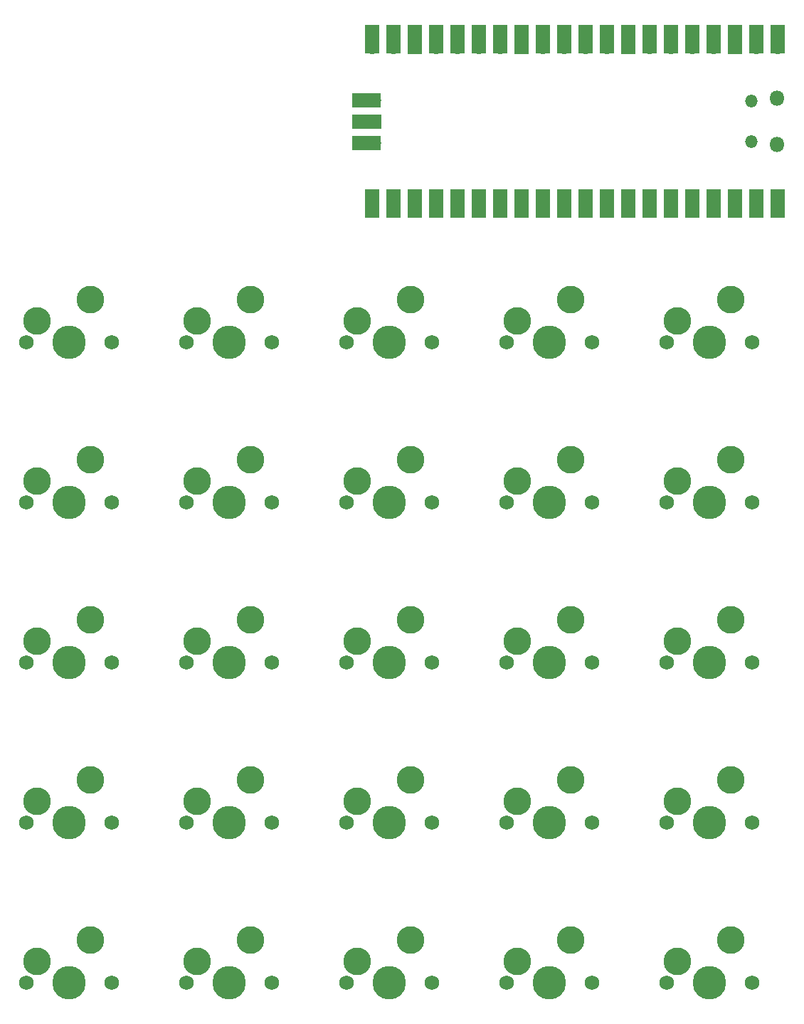
<source format=gbr>
%TF.GenerationSoftware,KiCad,Pcbnew,7.0.1*%
%TF.CreationDate,2023-04-16T00:18:29-05:00*%
%TF.ProjectId,5x5 Macro Pad,35783520-4d61-4637-926f-205061642e6b,rev?*%
%TF.SameCoordinates,Original*%
%TF.FileFunction,Soldermask,Top*%
%TF.FilePolarity,Negative*%
%FSLAX46Y46*%
G04 Gerber Fmt 4.6, Leading zero omitted, Abs format (unit mm)*
G04 Created by KiCad (PCBNEW 7.0.1) date 2023-04-16 00:18:29*
%MOMM*%
%LPD*%
G01*
G04 APERTURE LIST*
%ADD10C,1.750000*%
%ADD11C,3.987800*%
%ADD12C,3.300000*%
%ADD13R,3.500000X1.700000*%
%ADD14O,1.700000X1.700000*%
%ADD15R,1.700000X1.700000*%
%ADD16R,1.700000X3.500000*%
%ADD17O,1.800000X1.800000*%
%ADD18O,1.500000X1.500000*%
G04 APERTURE END LIST*
D10*
%TO.C,MX25*%
X162242500Y-161925000D03*
D11*
X157162500Y-161925000D03*
D10*
X152082500Y-161925000D03*
D12*
X153352500Y-159385000D03*
X159702500Y-156845000D03*
%TD*%
D10*
%TO.C,MX24*%
X143192500Y-161925000D03*
D11*
X138112500Y-161925000D03*
D10*
X133032500Y-161925000D03*
D12*
X134302500Y-159385000D03*
X140652500Y-156845000D03*
%TD*%
D10*
%TO.C,MX23*%
X124142500Y-161925000D03*
D11*
X119062500Y-161925000D03*
D10*
X113982500Y-161925000D03*
D12*
X115252500Y-159385000D03*
X121602500Y-156845000D03*
%TD*%
D10*
%TO.C,MX22*%
X105092500Y-161925000D03*
D11*
X100012500Y-161925000D03*
D10*
X94932500Y-161925000D03*
D12*
X96202500Y-159385000D03*
X102552500Y-156845000D03*
%TD*%
D10*
%TO.C,MX21*%
X86042500Y-161925000D03*
D11*
X80962500Y-161925000D03*
D10*
X75882500Y-161925000D03*
D12*
X77152500Y-159385000D03*
X83502500Y-156845000D03*
%TD*%
D10*
%TO.C,MX20*%
X162242500Y-142875000D03*
D11*
X157162500Y-142875000D03*
D10*
X152082500Y-142875000D03*
D12*
X153352500Y-140335000D03*
X159702500Y-137795000D03*
%TD*%
D10*
%TO.C,MX19*%
X143192500Y-142875000D03*
D11*
X138112500Y-142875000D03*
D10*
X133032500Y-142875000D03*
D12*
X134302500Y-140335000D03*
X140652500Y-137795000D03*
%TD*%
D10*
%TO.C,MX18*%
X124142500Y-142875000D03*
D11*
X119062500Y-142875000D03*
D10*
X113982500Y-142875000D03*
D12*
X115252500Y-140335000D03*
X121602500Y-137795000D03*
%TD*%
D10*
%TO.C,MX17*%
X105092500Y-142875000D03*
D11*
X100012500Y-142875000D03*
D10*
X94932500Y-142875000D03*
D12*
X96202500Y-140335000D03*
X102552500Y-137795000D03*
%TD*%
D10*
%TO.C,MX16*%
X86042500Y-142875000D03*
D11*
X80962500Y-142875000D03*
D10*
X75882500Y-142875000D03*
D12*
X77152500Y-140335000D03*
X83502500Y-137795000D03*
%TD*%
D10*
%TO.C,MX15*%
X162242500Y-123825000D03*
D11*
X157162500Y-123825000D03*
D10*
X152082500Y-123825000D03*
D12*
X153352500Y-121285000D03*
X159702500Y-118745000D03*
%TD*%
D10*
%TO.C,MX14*%
X143192500Y-123825000D03*
D11*
X138112500Y-123825000D03*
D10*
X133032500Y-123825000D03*
D12*
X134302500Y-121285000D03*
X140652500Y-118745000D03*
%TD*%
D10*
%TO.C,MX13*%
X124142500Y-123825000D03*
D11*
X119062500Y-123825000D03*
D10*
X113982500Y-123825000D03*
D12*
X115252500Y-121285000D03*
X121602500Y-118745000D03*
%TD*%
D10*
%TO.C,MX12*%
X105092500Y-123825000D03*
D11*
X100012500Y-123825000D03*
D10*
X94932500Y-123825000D03*
D12*
X96202500Y-121285000D03*
X102552500Y-118745000D03*
%TD*%
D10*
%TO.C,MX11*%
X86042500Y-123825000D03*
D11*
X80962500Y-123825000D03*
D10*
X75882500Y-123825000D03*
D12*
X77152500Y-121285000D03*
X83502500Y-118745000D03*
%TD*%
D10*
%TO.C,MX10*%
X162242500Y-104775000D03*
D11*
X157162500Y-104775000D03*
D10*
X152082500Y-104775000D03*
D12*
X153352500Y-102235000D03*
X159702500Y-99695000D03*
%TD*%
D10*
%TO.C,MX9*%
X143192500Y-104775000D03*
D11*
X138112500Y-104775000D03*
D10*
X133032500Y-104775000D03*
D12*
X134302500Y-102235000D03*
X140652500Y-99695000D03*
%TD*%
D10*
%TO.C,MX8*%
X124142500Y-104775000D03*
D11*
X119062500Y-104775000D03*
D10*
X113982500Y-104775000D03*
D12*
X115252500Y-102235000D03*
X121602500Y-99695000D03*
%TD*%
D10*
%TO.C,MX7*%
X105092500Y-104775000D03*
D11*
X100012500Y-104775000D03*
D10*
X94932500Y-104775000D03*
D12*
X96202500Y-102235000D03*
X102552500Y-99695000D03*
%TD*%
D10*
%TO.C,MX6*%
X86042500Y-104775000D03*
D11*
X80962500Y-104775000D03*
D10*
X75882500Y-104775000D03*
D12*
X77152500Y-102235000D03*
X83502500Y-99695000D03*
%TD*%
D10*
%TO.C,MX5*%
X162242500Y-85725000D03*
D11*
X157162500Y-85725000D03*
D10*
X152082500Y-85725000D03*
D12*
X153352500Y-83185000D03*
X159702500Y-80645000D03*
%TD*%
D10*
%TO.C,MX4*%
X143192500Y-85725000D03*
D11*
X138112500Y-85725000D03*
D10*
X133032500Y-85725000D03*
D12*
X134302500Y-83185000D03*
X140652500Y-80645000D03*
%TD*%
D10*
%TO.C,MX3*%
X124142500Y-85725000D03*
D11*
X119062500Y-85725000D03*
D10*
X113982500Y-85725000D03*
D12*
X115252500Y-83185000D03*
X121602500Y-80645000D03*
%TD*%
D10*
%TO.C,MX2*%
X105092500Y-85725000D03*
D11*
X100012500Y-85725000D03*
D10*
X94932500Y-85725000D03*
D12*
X96202500Y-83185000D03*
X102552500Y-80645000D03*
%TD*%
D10*
%TO.C,MX1*%
X86042500Y-85725000D03*
D11*
X80962500Y-85725000D03*
D10*
X75882500Y-85725000D03*
D12*
X77152500Y-83185000D03*
X83502500Y-80645000D03*
%TD*%
D13*
%TO.C,U1*%
X116354500Y-61976000D03*
D14*
X117254500Y-61976000D03*
D13*
X116354500Y-59436000D03*
D15*
X117254500Y-59436000D03*
D13*
X116354500Y-56896000D03*
D14*
X117254500Y-56896000D03*
D16*
X165284500Y-69226000D03*
D14*
X165284500Y-68326000D03*
D16*
X162744500Y-69226000D03*
D14*
X162744500Y-68326000D03*
D16*
X160204500Y-69226000D03*
D15*
X160204500Y-68326000D03*
D16*
X157664500Y-69226000D03*
D14*
X157664500Y-68326000D03*
D16*
X155124500Y-69226000D03*
D14*
X155124500Y-68326000D03*
D16*
X152584500Y-69226000D03*
D14*
X152584500Y-68326000D03*
D16*
X150044500Y-69226000D03*
D14*
X150044500Y-68326000D03*
D16*
X147504500Y-69226000D03*
D15*
X147504500Y-68326000D03*
D16*
X144964500Y-69226000D03*
D14*
X144964500Y-68326000D03*
D16*
X142424500Y-69226000D03*
D14*
X142424500Y-68326000D03*
D16*
X139884500Y-69226000D03*
D14*
X139884500Y-68326000D03*
D16*
X137344500Y-69226000D03*
D14*
X137344500Y-68326000D03*
D16*
X134804500Y-69226000D03*
D15*
X134804500Y-68326000D03*
D16*
X132264500Y-69226000D03*
D14*
X132264500Y-68326000D03*
D16*
X129724500Y-69226000D03*
D14*
X129724500Y-68326000D03*
D16*
X127184500Y-69226000D03*
D14*
X127184500Y-68326000D03*
D16*
X124644500Y-69226000D03*
D14*
X124644500Y-68326000D03*
D16*
X122104500Y-69226000D03*
D15*
X122104500Y-68326000D03*
D16*
X119564500Y-69226000D03*
D14*
X119564500Y-68326000D03*
D16*
X117024500Y-69226000D03*
D14*
X117024500Y-68326000D03*
D16*
X117024500Y-49646000D03*
D14*
X117024500Y-50546000D03*
D16*
X119564500Y-49646000D03*
D14*
X119564500Y-50546000D03*
D16*
X122104500Y-49646000D03*
D15*
X122104500Y-50546000D03*
D16*
X124644500Y-49646000D03*
D14*
X124644500Y-50546000D03*
D16*
X127184500Y-49646000D03*
D14*
X127184500Y-50546000D03*
D16*
X129724500Y-49646000D03*
D14*
X129724500Y-50546000D03*
D16*
X132264500Y-49646000D03*
D14*
X132264500Y-50546000D03*
D16*
X134804500Y-49646000D03*
D15*
X134804500Y-50546000D03*
D16*
X137344500Y-49646000D03*
D14*
X137344500Y-50546000D03*
D16*
X139884500Y-49646000D03*
D14*
X139884500Y-50546000D03*
D16*
X142424500Y-49646000D03*
D14*
X142424500Y-50546000D03*
D16*
X144964500Y-49646000D03*
D14*
X144964500Y-50546000D03*
D16*
X147504500Y-49646000D03*
D15*
X147504500Y-50546000D03*
D16*
X150044500Y-49646000D03*
D14*
X150044500Y-50546000D03*
D16*
X152584500Y-49646000D03*
D14*
X152584500Y-50546000D03*
D16*
X155124500Y-49646000D03*
D14*
X155124500Y-50546000D03*
D16*
X157664500Y-49646000D03*
D14*
X157664500Y-50546000D03*
D16*
X160204500Y-49646000D03*
D15*
X160204500Y-50546000D03*
D16*
X162744500Y-49646000D03*
D14*
X162744500Y-50546000D03*
D16*
X165284500Y-49646000D03*
D14*
X165284500Y-50546000D03*
D17*
X165154500Y-62161000D03*
D18*
X162124500Y-61861000D03*
X162124500Y-57011000D03*
D17*
X165154500Y-56711000D03*
%TD*%
M02*

</source>
